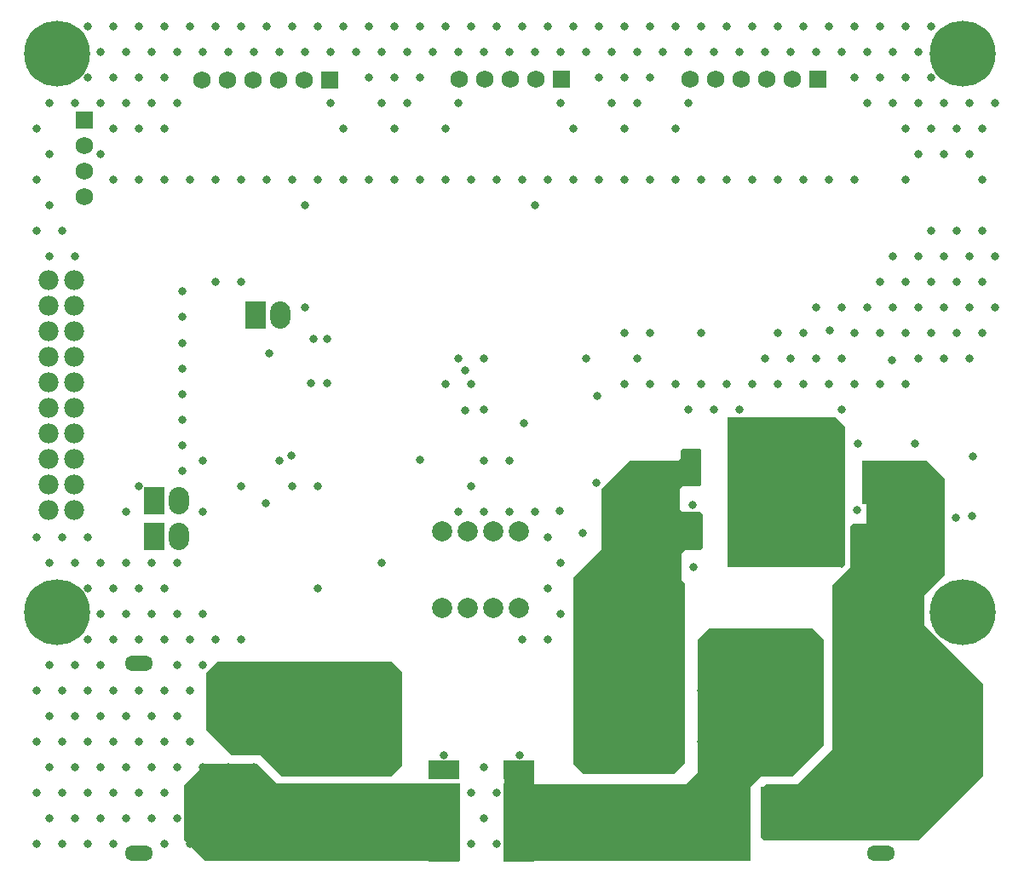
<source format=gbs>
G04*
G04 #@! TF.GenerationSoftware,Altium Limited,Altium Designer,23.4.1 (23)*
G04*
G04 Layer_Color=16711935*
%FSLAX44Y44*%
%MOMM*%
G71*
G04*
G04 #@! TF.SameCoordinates,77ABDD02-67A3-4E24-B7DB-6919BA7AE113*
G04*
G04*
G04 #@! TF.FilePolarity,Negative*
G04*
G01*
G75*
%ADD69R,3.1532X1.8832*%
%ADD70R,3.1532X7.8232*%
%ADD90C,2.0032*%
%ADD91R,5.1192X5.1192*%
%ADD92C,5.1192*%
%ADD93O,2.8032X1.5032*%
%ADD94C,1.7532*%
%ADD95R,1.7532X1.7532*%
%ADD96O,2.0032X2.7032*%
%ADD97R,2.0032X2.7032*%
%ADD98R,1.7532X1.7532*%
%ADD100C,0.8232*%
%ADD101C,6.5524*%
%ADD123C,1.9832*%
G36*
X853948Y490982D02*
Y354076D01*
X850646Y350774D01*
X850138Y351282D01*
X737108D01*
X737108Y500634D01*
X844296D01*
X853948Y490982D01*
D02*
G37*
G36*
X710946Y467868D02*
Y433578D01*
X709676Y432308D01*
X691896D01*
X689356Y429768D01*
Y409448D01*
X691896Y406908D01*
X709676D01*
X712216Y404368D01*
Y371348D01*
X709676Y368808D01*
X694690D01*
X691388Y365506D01*
Y339344D01*
X694944Y335788D01*
X694944Y157226D01*
X683514Y145796D01*
X594106D01*
X584200Y155702D01*
Y341376D01*
X611632Y368808D01*
Y429514D01*
X639826Y457708D01*
X688086Y457708D01*
X690626Y460248D01*
Y467868D01*
X691896Y469138D01*
X709676D01*
X710946Y467868D01*
D02*
G37*
G36*
X414020Y246888D02*
Y154432D01*
X403098Y143510D01*
X294132D01*
X272796Y164846D01*
X244094D01*
X219202Y189738D01*
Y246797D01*
X229961Y257556D01*
X403352D01*
X414020Y246888D01*
D02*
G37*
G36*
X832866Y279654D02*
Y175006D01*
X801624Y143764D01*
X770382D01*
X760222Y133604D01*
X760222Y59944D01*
X514884D01*
X515554Y131405D01*
X515112D01*
Y158750D01*
X545338D01*
Y135890D01*
X695960D01*
X707644Y147574D01*
X707390Y147828D01*
Y279400D01*
X718820Y290830D01*
X821690D01*
X832866Y279654D01*
D02*
G37*
G36*
X953008Y439674D02*
Y343662D01*
X932688Y323342D01*
Y294132D01*
X990854Y235966D01*
Y143764D01*
X926846Y79756D01*
X834644D01*
X773684Y79756D01*
X770636Y82804D01*
X770636Y131064D01*
X774954Y135382D01*
X806958D01*
X841248Y169672D01*
Y334010D01*
X858774Y351536D01*
Y391922D01*
X861314Y394462D01*
X875030D01*
Y414273D01*
X870712Y414273D01*
X870712Y457454D01*
X935228Y457454D01*
X953008Y439674D01*
D02*
G37*
G36*
X288798Y136652D02*
X470916D01*
Y59944D01*
X218186D01*
X197358Y80772D01*
Y134620D01*
X218440Y155702D01*
X269748D01*
X288798Y136652D01*
D02*
G37*
D69*
X529856Y150188D02*
D03*
X455156D02*
D03*
D70*
X529856Y97588D02*
D03*
X455156D02*
D03*
D90*
X303390Y161290D02*
D03*
X379590D02*
D03*
X354190D02*
D03*
X328790D02*
D03*
X379590Y237490D02*
D03*
X354190D02*
D03*
X328790D02*
D03*
X303390D02*
D03*
X603390D02*
D03*
X628790D02*
D03*
X654190D02*
D03*
X679590D02*
D03*
X603390Y161290D02*
D03*
X628790D02*
D03*
X654190D02*
D03*
X679590D02*
D03*
X453390Y387490D02*
D03*
X478790D02*
D03*
X504190D02*
D03*
X529590D02*
D03*
X453390Y311290D02*
D03*
X478790D02*
D03*
X504190D02*
D03*
X529590D02*
D03*
D91*
X796000Y107408D02*
D03*
X246380Y216408D02*
D03*
D92*
X796000D02*
D03*
X246380Y107408D02*
D03*
D93*
X890000Y67408D02*
D03*
Y256408D02*
D03*
X152380D02*
D03*
Y67408D02*
D03*
D94*
X214630Y836168D02*
D03*
X240030D02*
D03*
X265430D02*
D03*
X290830D02*
D03*
X316230D02*
D03*
X98298Y770636D02*
D03*
Y745236D02*
D03*
Y719836D02*
D03*
X546736Y836516D02*
D03*
X521336D02*
D03*
X495936D02*
D03*
X470536D02*
D03*
X801426D02*
D03*
X776026D02*
D03*
X750626D02*
D03*
X725226D02*
D03*
X699826D02*
D03*
D95*
X341630Y836168D02*
D03*
X572136Y836516D02*
D03*
X826826D02*
D03*
D96*
X192132Y381762D02*
D03*
X292970Y602234D02*
D03*
X192132Y417576D02*
D03*
D97*
X167132Y381762D02*
D03*
X267970Y602234D02*
D03*
X167132Y417576D02*
D03*
D98*
X98298Y796036D02*
D03*
D100*
X1003300Y812800D02*
D03*
X990600Y787400D02*
D03*
Y736600D02*
D03*
Y685800D02*
D03*
X1003300Y660400D02*
D03*
X990600Y635000D02*
D03*
X1003300Y609600D02*
D03*
X990600Y584200D02*
D03*
X977900Y812800D02*
D03*
X965200Y787400D02*
D03*
X977900Y762000D02*
D03*
X965200Y685800D02*
D03*
X977900Y660400D02*
D03*
X965200Y635000D02*
D03*
X977900Y609600D02*
D03*
X965200Y584200D02*
D03*
X977900Y558800D02*
D03*
X939800Y889000D02*
D03*
Y838200D02*
D03*
X952500Y812800D02*
D03*
X939800Y787400D02*
D03*
X952500Y762000D02*
D03*
X939800Y685800D02*
D03*
X952500Y660400D02*
D03*
X939800Y635000D02*
D03*
X952500Y609600D02*
D03*
X939800Y584200D02*
D03*
X952500Y558800D02*
D03*
X914400Y889000D02*
D03*
X927100Y863600D02*
D03*
X914400Y838200D02*
D03*
X927100Y812800D02*
D03*
X914400Y787400D02*
D03*
X927100Y762000D02*
D03*
X914400Y736600D02*
D03*
X927100Y660400D02*
D03*
X914400Y635000D02*
D03*
X927100Y609600D02*
D03*
X914400Y584200D02*
D03*
X927100Y558800D02*
D03*
X914400Y533400D02*
D03*
X889000Y889000D02*
D03*
X901700Y863600D02*
D03*
X889000Y838200D02*
D03*
X901700Y812800D02*
D03*
Y660400D02*
D03*
X889000Y635000D02*
D03*
X901700Y609600D02*
D03*
X889000Y584200D02*
D03*
Y533400D02*
D03*
X863600Y889000D02*
D03*
X876300Y863600D02*
D03*
X863600Y838200D02*
D03*
X876300Y812800D02*
D03*
X863600Y736600D02*
D03*
X876300Y609600D02*
D03*
X863600Y584200D02*
D03*
Y533400D02*
D03*
X838200Y889000D02*
D03*
X850900Y863600D02*
D03*
X838200Y736600D02*
D03*
X850900Y609600D02*
D03*
Y558800D02*
D03*
X838200Y533400D02*
D03*
X850900Y508000D02*
D03*
X812800Y889000D02*
D03*
X825500Y863600D02*
D03*
X812800Y736600D02*
D03*
X825500Y609600D02*
D03*
X812800Y584200D02*
D03*
X825500Y558800D02*
D03*
X812800Y533400D02*
D03*
X787400Y889000D02*
D03*
X800100Y863600D02*
D03*
X787400Y736600D02*
D03*
Y584200D02*
D03*
X800100Y558800D02*
D03*
X787400Y533400D02*
D03*
X762000Y889000D02*
D03*
X774700Y863600D02*
D03*
X762000Y736600D02*
D03*
X774700Y558800D02*
D03*
X762000Y533400D02*
D03*
X736600Y889000D02*
D03*
X749300Y863600D02*
D03*
X736600Y736600D02*
D03*
Y533400D02*
D03*
X749300Y508000D02*
D03*
X711200Y889000D02*
D03*
X723900Y863600D02*
D03*
X711200Y736600D02*
D03*
Y584200D02*
D03*
Y533400D02*
D03*
X723900Y508000D02*
D03*
X685800Y889000D02*
D03*
X698500Y863600D02*
D03*
Y812800D02*
D03*
X685800Y787400D02*
D03*
Y736600D02*
D03*
Y533400D02*
D03*
X698500Y508000D02*
D03*
X660400Y889000D02*
D03*
X673100Y863600D02*
D03*
X660400Y838200D02*
D03*
Y736600D02*
D03*
Y584200D02*
D03*
Y533400D02*
D03*
X635000Y889000D02*
D03*
X647700Y863600D02*
D03*
X635000Y838200D02*
D03*
X647700Y812800D02*
D03*
X635000Y787400D02*
D03*
Y736600D02*
D03*
Y584200D02*
D03*
X647700Y558800D02*
D03*
X635000Y533400D02*
D03*
X609600Y889000D02*
D03*
X622300Y863600D02*
D03*
X609600Y838200D02*
D03*
X622300Y812800D02*
D03*
X609600Y736600D02*
D03*
X584200Y889000D02*
D03*
X596900Y863600D02*
D03*
X584200Y787400D02*
D03*
Y736600D02*
D03*
X596900Y558800D02*
D03*
X558800Y889000D02*
D03*
X571500Y863600D02*
D03*
Y812800D02*
D03*
X558800Y736600D02*
D03*
Y381000D02*
D03*
X571500Y355600D02*
D03*
X558800Y330200D02*
D03*
X571500Y304800D02*
D03*
X558800Y279400D02*
D03*
X533400Y889000D02*
D03*
X546100Y863600D02*
D03*
X533400Y736600D02*
D03*
X546100Y711200D02*
D03*
Y406400D02*
D03*
X533400Y279400D02*
D03*
X508000Y889000D02*
D03*
X520700Y863600D02*
D03*
X508000Y736600D02*
D03*
X520700Y457200D02*
D03*
Y406400D02*
D03*
X508000Y127000D02*
D03*
Y76200D02*
D03*
X482600Y889000D02*
D03*
X495300Y863600D02*
D03*
X482600Y736600D02*
D03*
X495300Y558800D02*
D03*
X482600Y533400D02*
D03*
X495300Y508000D02*
D03*
Y457200D02*
D03*
X482600Y431800D02*
D03*
X495300Y406400D02*
D03*
Y152400D02*
D03*
X482600Y127000D02*
D03*
X495300Y101600D02*
D03*
X482600Y76200D02*
D03*
X457200Y889000D02*
D03*
X469900Y863600D02*
D03*
Y812800D02*
D03*
X457200Y787400D02*
D03*
Y736600D02*
D03*
X469900Y558800D02*
D03*
X457200Y533400D02*
D03*
X469900Y406400D02*
D03*
X431800Y889000D02*
D03*
X444500Y863600D02*
D03*
X431800Y838200D02*
D03*
Y736600D02*
D03*
Y127000D02*
D03*
Y76200D02*
D03*
X406400Y889000D02*
D03*
X419100Y863600D02*
D03*
X406400Y838200D02*
D03*
X419100Y812800D02*
D03*
X406400Y787400D02*
D03*
Y736600D02*
D03*
Y127000D02*
D03*
X419100Y101600D02*
D03*
X406400Y76200D02*
D03*
X381000Y889000D02*
D03*
X393700Y863600D02*
D03*
X381000Y838200D02*
D03*
X393700Y812800D02*
D03*
X381000Y736600D02*
D03*
X393700Y355600D02*
D03*
X381000Y127000D02*
D03*
X393700Y101600D02*
D03*
X381000Y76200D02*
D03*
X355600Y889000D02*
D03*
X368300Y863600D02*
D03*
X355600Y787400D02*
D03*
Y736600D02*
D03*
Y127000D02*
D03*
X368300Y101600D02*
D03*
X355600Y76200D02*
D03*
X330200Y889000D02*
D03*
X342900Y863600D02*
D03*
Y812800D02*
D03*
X330200Y736600D02*
D03*
Y431800D02*
D03*
Y330200D02*
D03*
Y127000D02*
D03*
X342900Y101600D02*
D03*
X330200Y76200D02*
D03*
X304800Y889000D02*
D03*
X317500Y863600D02*
D03*
X304800Y736600D02*
D03*
X317500Y711200D02*
D03*
Y609600D02*
D03*
X304800Y431800D02*
D03*
Y127000D02*
D03*
X317500Y101600D02*
D03*
X304800Y76200D02*
D03*
X279400Y889000D02*
D03*
X292100Y863600D02*
D03*
X279400Y736600D02*
D03*
X292100Y457200D02*
D03*
X279400Y127000D02*
D03*
X292100Y101600D02*
D03*
X279400Y76200D02*
D03*
X254000Y889000D02*
D03*
X266700Y863600D02*
D03*
X254000Y736600D02*
D03*
Y635000D02*
D03*
Y431800D02*
D03*
Y279400D02*
D03*
X266700Y152400D02*
D03*
X254000Y76200D02*
D03*
X228600Y889000D02*
D03*
X241300Y863600D02*
D03*
X228600Y736600D02*
D03*
Y635000D02*
D03*
Y279400D02*
D03*
X241300Y152400D02*
D03*
X228600Y76200D02*
D03*
X203200Y889000D02*
D03*
X215900Y863600D02*
D03*
X203200Y736600D02*
D03*
X215900Y457200D02*
D03*
Y406400D02*
D03*
Y304800D02*
D03*
X203200Y279400D02*
D03*
X215900Y254000D02*
D03*
X203200Y228600D02*
D03*
Y177800D02*
D03*
X215900Y152400D02*
D03*
X203200Y127000D02*
D03*
X215900Y101600D02*
D03*
X203200Y76200D02*
D03*
X177800Y889000D02*
D03*
X190500Y863600D02*
D03*
X177800Y838200D02*
D03*
X190500Y812800D02*
D03*
X177800Y787400D02*
D03*
Y736600D02*
D03*
X190500Y355600D02*
D03*
X177800Y330200D02*
D03*
X190500Y304800D02*
D03*
X177800Y279400D02*
D03*
X190500Y254000D02*
D03*
X177800Y228600D02*
D03*
X190500Y203200D02*
D03*
X177800Y177800D02*
D03*
X190500Y152400D02*
D03*
X177800Y127000D02*
D03*
X190500Y101600D02*
D03*
X177800Y76200D02*
D03*
X152400Y889000D02*
D03*
X165100Y863600D02*
D03*
X152400Y838200D02*
D03*
X165100Y812800D02*
D03*
X152400Y787400D02*
D03*
Y736600D02*
D03*
Y431800D02*
D03*
X165100Y355600D02*
D03*
X152400Y330200D02*
D03*
X165100Y304800D02*
D03*
X152400Y279400D02*
D03*
Y228600D02*
D03*
X165100Y203200D02*
D03*
X152400Y177800D02*
D03*
X165100Y152400D02*
D03*
X152400Y127000D02*
D03*
X165100Y101600D02*
D03*
X127000Y889000D02*
D03*
X139700Y863600D02*
D03*
X127000Y838200D02*
D03*
X139700Y812800D02*
D03*
X127000Y787400D02*
D03*
Y736600D02*
D03*
X139700Y406400D02*
D03*
Y355600D02*
D03*
X127000Y330200D02*
D03*
X139700Y304800D02*
D03*
X127000Y279400D02*
D03*
Y228600D02*
D03*
X139700Y203200D02*
D03*
X127000Y177800D02*
D03*
X139700Y152400D02*
D03*
X127000Y127000D02*
D03*
X139700Y101600D02*
D03*
X127000Y76200D02*
D03*
X101600Y889000D02*
D03*
X114300Y863600D02*
D03*
X101600Y838200D02*
D03*
X114300Y812800D02*
D03*
Y762000D02*
D03*
X101600Y381000D02*
D03*
X114300Y355600D02*
D03*
X101600Y330200D02*
D03*
X114300Y304800D02*
D03*
X101600Y279400D02*
D03*
X114300Y254000D02*
D03*
X101600Y228600D02*
D03*
X114300Y203200D02*
D03*
X101600Y177800D02*
D03*
X114300Y152400D02*
D03*
X101600Y127000D02*
D03*
X114300Y101600D02*
D03*
X101600Y76200D02*
D03*
X88900Y812800D02*
D03*
X76200Y685800D02*
D03*
X88900Y660400D02*
D03*
X76200Y381000D02*
D03*
X88900Y355600D02*
D03*
Y254000D02*
D03*
X76200Y228600D02*
D03*
X88900Y203200D02*
D03*
X76200Y177800D02*
D03*
X88900Y152400D02*
D03*
X76200Y127000D02*
D03*
X88900Y101600D02*
D03*
X76200Y76200D02*
D03*
X63500Y812800D02*
D03*
X50800Y787400D02*
D03*
X63500Y762000D02*
D03*
X50800Y736600D02*
D03*
X63500Y711200D02*
D03*
X50800Y685800D02*
D03*
X63500Y660400D02*
D03*
X50800Y381000D02*
D03*
X63500Y355600D02*
D03*
Y254000D02*
D03*
X50800Y228600D02*
D03*
X63500Y203200D02*
D03*
X50800Y177800D02*
D03*
X63500Y152400D02*
D03*
X50800Y127000D02*
D03*
X63500Y101600D02*
D03*
X50800Y76200D02*
D03*
X281686Y563880D02*
D03*
X530352Y164592D02*
D03*
X455168D02*
D03*
X965200Y254000D02*
D03*
X977900Y228600D02*
D03*
X965200Y203200D02*
D03*
X977900Y177800D02*
D03*
X965200Y152400D02*
D03*
X939800Y406400D02*
D03*
Y355600D02*
D03*
Y254000D02*
D03*
X952500Y228600D02*
D03*
X939800Y203200D02*
D03*
X952500Y177800D02*
D03*
X939800Y152400D02*
D03*
X952500Y127000D02*
D03*
X939800Y101600D02*
D03*
X927100Y431800D02*
D03*
X914400Y406400D02*
D03*
Y355600D02*
D03*
X927100Y330200D02*
D03*
X914400Y304800D02*
D03*
X927100Y279400D02*
D03*
X914400Y254000D02*
D03*
X927100Y228600D02*
D03*
X914400Y203200D02*
D03*
X927100Y177800D02*
D03*
X914400Y152400D02*
D03*
X927100Y127000D02*
D03*
X914400Y101600D02*
D03*
X901700Y431800D02*
D03*
X889000Y406400D02*
D03*
X901700Y381000D02*
D03*
X889000Y355600D02*
D03*
X901700Y330200D02*
D03*
X889000Y304800D02*
D03*
X901700Y279400D02*
D03*
Y228600D02*
D03*
X889000Y203200D02*
D03*
X901700Y177800D02*
D03*
X889000Y152400D02*
D03*
X901700Y127000D02*
D03*
X889000Y101600D02*
D03*
X876300Y431800D02*
D03*
Y381000D02*
D03*
Y330200D02*
D03*
X863600Y304800D02*
D03*
X876300Y279400D02*
D03*
X863600Y254000D02*
D03*
X876300Y228600D02*
D03*
X863600Y203200D02*
D03*
X876300Y177800D02*
D03*
X863600Y152400D02*
D03*
X876300Y127000D02*
D03*
X863600Y101600D02*
D03*
X850900Y330200D02*
D03*
Y279400D02*
D03*
Y228600D02*
D03*
Y177800D02*
D03*
X838200Y152400D02*
D03*
X850900Y127000D02*
D03*
X838200Y101600D02*
D03*
X825500Y127000D02*
D03*
Y254000D02*
D03*
Y203200D02*
D03*
X812800Y177800D02*
D03*
X800100Y254000D02*
D03*
X787400Y177800D02*
D03*
X800100Y152400D02*
D03*
X774700Y254000D02*
D03*
X762000Y228600D02*
D03*
Y177800D02*
D03*
X774700Y152400D02*
D03*
X749300Y254000D02*
D03*
X736600Y228600D02*
D03*
X749300Y203200D02*
D03*
X736600Y177800D02*
D03*
X749300Y152400D02*
D03*
X736600Y127000D02*
D03*
X749300Y101600D02*
D03*
X736600Y76200D02*
D03*
X723900Y254000D02*
D03*
X711200Y228600D02*
D03*
X723900Y203200D02*
D03*
X711200Y177800D02*
D03*
X723900Y152400D02*
D03*
X711200Y127000D02*
D03*
X723900Y101600D02*
D03*
X711200Y76200D02*
D03*
X685800Y127000D02*
D03*
X698500Y101600D02*
D03*
X685800Y76200D02*
D03*
X660400Y127000D02*
D03*
X673100Y101600D02*
D03*
X660400Y76200D02*
D03*
X635000Y127000D02*
D03*
X647700Y101600D02*
D03*
X635000Y76200D02*
D03*
X609600Y127000D02*
D03*
X622300Y101600D02*
D03*
X609600Y76200D02*
D03*
X584200Y127000D02*
D03*
X596900Y101600D02*
D03*
X584200Y76200D02*
D03*
X558800Y127000D02*
D03*
X571500Y101600D02*
D03*
X558800Y76200D02*
D03*
X825500Y482600D02*
D03*
X800100D02*
D03*
X787400Y457200D02*
D03*
Y406400D02*
D03*
Y355600D02*
D03*
X774700Y482600D02*
D03*
Y431800D02*
D03*
Y381000D02*
D03*
X749300Y482600D02*
D03*
X685800Y406400D02*
D03*
Y355600D02*
D03*
Y304800D02*
D03*
Y254000D02*
D03*
Y203200D02*
D03*
X673100Y431800D02*
D03*
X660400Y406400D02*
D03*
X673100Y381000D02*
D03*
X660400Y355600D02*
D03*
X673100Y330200D02*
D03*
X660400Y304800D02*
D03*
X673100Y279400D02*
D03*
X660400Y254000D02*
D03*
Y203200D02*
D03*
X673100Y177800D02*
D03*
X647700Y431800D02*
D03*
Y381000D02*
D03*
X635000Y355600D02*
D03*
X647700Y330200D02*
D03*
X635000Y304800D02*
D03*
X647700Y279400D02*
D03*
X635000Y254000D02*
D03*
Y203200D02*
D03*
X647700Y177800D02*
D03*
X622300Y431800D02*
D03*
Y381000D02*
D03*
X609600Y355600D02*
D03*
X622300Y330200D02*
D03*
X609600Y304800D02*
D03*
X622300Y279400D02*
D03*
X609600Y254000D02*
D03*
Y203200D02*
D03*
X622300Y177800D02*
D03*
X393700Y228600D02*
D03*
X381000Y203200D02*
D03*
X393700Y177800D02*
D03*
X368300Y228600D02*
D03*
X355600Y203200D02*
D03*
X368300Y177800D02*
D03*
X342900Y228600D02*
D03*
X330200Y203200D02*
D03*
X342900Y177800D02*
D03*
X317500Y228600D02*
D03*
X304800Y203200D02*
D03*
X317500Y177800D02*
D03*
X292100Y228600D02*
D03*
X279400Y203200D02*
D03*
X292100Y177800D02*
D03*
X266700D02*
D03*
X241300D02*
D03*
X476504Y546862D02*
D03*
X431546Y458470D02*
D03*
X303276Y462280D02*
D03*
X838962Y586740D02*
D03*
X900684Y557022D02*
D03*
X963930Y401066D02*
D03*
X607568Y522224D02*
D03*
X923544Y474726D02*
D03*
X980694Y461772D02*
D03*
X325374Y578866D02*
D03*
X338836D02*
D03*
X866394Y474726D02*
D03*
X866140Y408126D02*
D03*
X980440Y402538D02*
D03*
X534804Y494404D02*
D03*
X606806Y435610D02*
D03*
X338836Y534162D02*
D03*
X322834D02*
D03*
X195575Y447548D02*
D03*
Y600168D02*
D03*
Y472985D02*
D03*
Y498421D02*
D03*
Y523858D02*
D03*
Y549295D02*
D03*
Y574731D02*
D03*
X476758Y507238D02*
D03*
X570230Y407162D02*
D03*
X593090Y385826D02*
D03*
X703326Y352044D02*
D03*
X702564Y413258D02*
D03*
X278384Y415544D02*
D03*
X195575Y625605D02*
D03*
D101*
X971150Y862031D02*
D03*
X71149D02*
D03*
X71124Y306570D02*
D03*
X971046D02*
D03*
D123*
X87630Y408686D02*
D03*
Y434086D02*
D03*
X62230Y434086D02*
D03*
X87630Y459486D02*
D03*
X62230D02*
D03*
X87630Y484886D02*
D03*
X62230D02*
D03*
X87630Y510286D02*
D03*
X62230D02*
D03*
Y637286D02*
D03*
X87630D02*
D03*
X62230Y611886D02*
D03*
X87630D02*
D03*
X62230Y586486D02*
D03*
X87630D02*
D03*
X62230Y561086D02*
D03*
X87630Y561086D02*
D03*
X62230Y535686D02*
D03*
X87630Y535686D02*
D03*
X62230Y408686D02*
D03*
M02*

</source>
